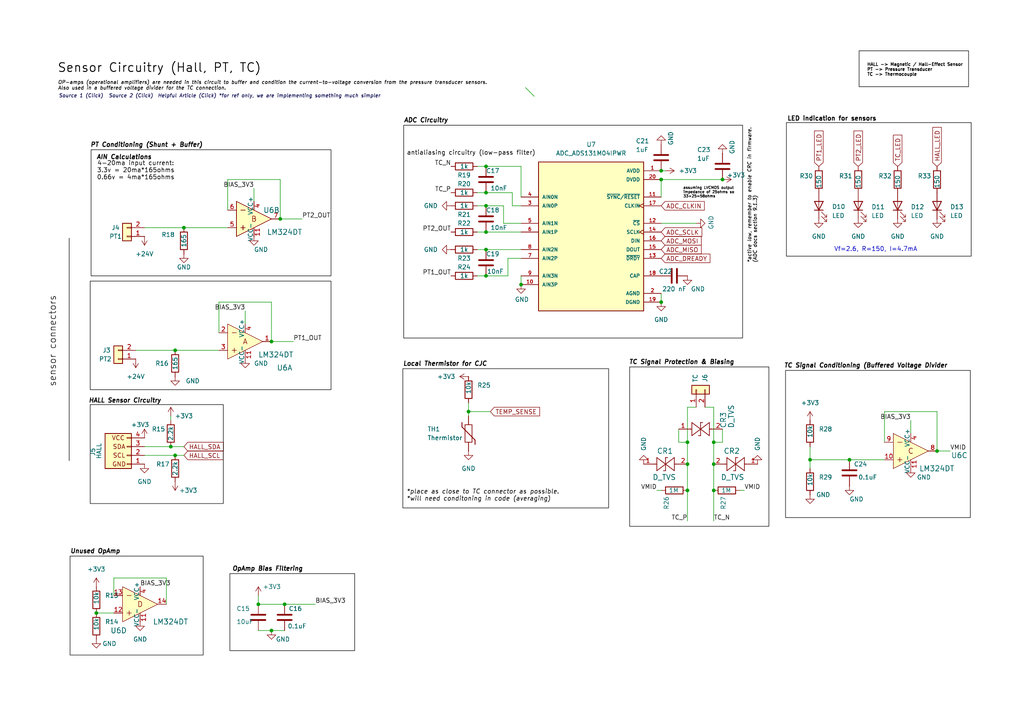
<source format=kicad_sch>
(kicad_sch (version 20231120) (generator "eeschema") (generator_version "8.0")
  (paper "A4")
  (title_block (title "ULC Board Sensor Circuitry") (rev "A") (company "Queen's Rocket Engineering Team") (comment 1 "Tristan Alderson") (comment 2 "Jeevan Sanchez"))
  (lib_symbols
    (symbol "ADS131M04:ADS131M04IPWR" (pin_names (offset 1.016))
      (property "Reference" "U" (at -15.24 23.86 0))
      (property "Value" "ADS131M04IPWR" (at -15.24 -24.32 0))
      (symbol "ADS131M04IPWR_0_0"
        (pin power_in line (at 20.32 20.32 180) (length 5.08) (name "AVDD") (number "1"))
        (pin input line (at -20.32 -12.7 0) (length 5.08) (name "AIN3P") (number "10"))
        (pin input line (at 20.32 12.7 180) (length 5.08) (name "~{SYNC}/~{RESET}") (number "11"))
        (pin input line (at 20.32 5.08 180) (length 5.08) (name "~{CS}") (number "12"))
        (pin output line (at 20.32 -5.08 180) (length 5.08) (name "~{DRDY}") (number "13"))
        (pin input clock (at 20.32 2.54 180) (length 5.08) (name "SCLK") (number "14"))
        (pin output line (at 20.32 -2.54 180) (length 5.08) (name "DOUT") (number "15"))
        (pin input line (at 20.32 0 180) (length 5.08) (name "DIN") (number "16"))
        (pin input clock (at 20.32 10.16 180) (length 5.08) (name "CLKIN") (number "17"))
        (pin output line (at 20.32 -10.16 180) (length 5.08) (name "CAP") (number "18"))
        (pin power_in line (at 20.32 -17.78 180) (length 5.08) (name "DGND") (number "19"))
        (pin power_in line (at 20.32 -15.24 180) (length 5.08) (name "AGND") (number "2"))
        (pin power_in line (at 20.32 17.78 180) (length 5.08) (name "DVDD") (number "20"))
        (pin input line (at -20.32 10.16 0) (length 5.08) (name "AIN0P") (number "3"))
        (pin input line (at -20.32 12.7 0) (length 5.08) (name "AIN0N") (number "4"))
        (pin input line (at -20.32 5.08 0) (length 5.08) (name "AIN1N") (number "5"))
        (pin input line (at -20.32 2.54 0) (length 5.08) (name "AIN1P") (number "6"))
        (pin input line (at -20.32 -5.08 0) (length 5.08) (name "AIN2P") (number "7"))
        (pin input line (at -20.32 -2.54 0) (length 5.08) (name "AIN2N") (number "8"))
        (pin input line (at -20.32 -10.16 0) (length 5.08) (name "AIN3N") (number "9"))
      )
    )
    (symbol "Connector_Generic:Conn_01x02" (pin_names (offset 1.016) hide)
      (property "Reference" "J" (at 0 2.54 0))
      (property "Value" "Conn_01x02" (at 0 -5.08 0))
      (symbol "Conn_01x02_1_1"
        (pin passive line (at -5.08 0 0) (length 3.81) (name "Pin_1") (number "1"))
        (pin passive line (at -5.08 -2.54 0) (length 3.81) (name "Pin_2") (number "2"))
      )
    )
    (symbol "Connector_Generic:Conn_01x04" (pin_names (offset 1.016) hide)
      (property "Reference" "J2" (at 9.906 -1.016 90))
      (property "Value" "HALL" (at 8.128 -1.27 90))
      (symbol "Conn_01x04_1_1"
        (text "GND" (at 2.286 2.54 0) (effects (font (size 1.27 1.27))))
        (text "SCL\n" (at 2.286 0 0) (effects (font (size 1.27 1.27))))
        (text "SDA\n" (at 2.286 -2.54 0) (effects (font (size 1.27 1.27))))
        (text "VCC\n" (at 2.54 -5.08 0) (effects (font (size 1.27 1.27))))
        (pin passive line (at -5.08 2.54 0) (length 3.81) (name "Pin_1") (number "1"))
        (pin passive line (at -5.08 0 0) (length 3.81) (name "Pin_2") (number "2"))
        (pin passive line (at -5.08 -2.54 0) (length 3.81) (name "Pin_3") (number "3"))
        (pin passive line (at -5.08 -5.08 0) (length 3.81) (name "Pin_4") (number "4"))
      )
    )
    (symbol "Device:C" (pin_numbers hide) (pin_names (offset 0.254))
      (property "Reference" "C" (at 0.635 2.54 0))
      (property "Value" "C" (at 0.635 -2.54 0))
      (symbol "C_1_1"
        (pin passive line (at 0 3.81 270) (length 2.794) (name "~") (number "1"))
        (pin passive line (at 0 -3.81 90) (length 2.794) (name "~") (number "2"))
      )
    )
    (symbol "Device:LED" (pin_numbers hide) (pin_names (offset 1.016) hide)
      (property "Reference" "D" (at 0 2.54 0))
      (property "Value" "LED" (at 0 -2.54 0))
      (symbol "LED_1_1"
        (pin passive line (at -3.81 0 0) (length 2.54) (name "K") (number "1"))
        (pin passive line (at 3.81 0 180) (length 2.54) (name "A") (number "2"))
      )
    )
    (symbol "Device:R" (pin_numbers hide) (pin_names (offset 0))
      (property "Reference" "R" (at 2.032 0 90))
      (property "Value" "R" (at 0 0 90))
      (symbol "R_1_1"
        (pin passive line (at 0 3.81 270) (length 1.27) (name "~") (number "1"))
        (pin passive line (at 0 -3.81 90) (length 1.27) (name "~") (number "2"))
      )
    )
    (symbol "Device:Thermistor" (pin_numbers hide) (pin_names (offset 0))
      (property "Reference" "TH" (at 2.54 1.27 90))
      (property "Value" "Thermistor" (at -2.54 0 90))
      (symbol "Thermistor_1_1"
        (pin passive line (at 0 5.08 270) (length 2.54) (name "~") (number "1"))
        (pin passive line (at 0 -5.08 90) (length 2.54) (name "~") (number "2"))
      )
    )
    (symbol "TVS-SMF:SMF5.0CA" (pin_names (offset 0.254))
      (property "Reference" "CR" (at 6.35 5.08 0))
      (property "Value" "SMF5.0CA" (at 6.35 -3.81 0))
      (symbol "SMF5.0CA_0_1"
        (pin unspecified line (at 12.7 0 180) (length 2.54) (name "") (number "1"))
        (pin unspecified line (at 0 0 0) (length 2.54) (name "") (number "2"))
      )
    )
    (symbol "dk_Linear-Amplifiers-Instrumentation-OP-Amps-Buffer-Amps:LM324DT" (pin_names (offset 0))
      (property "Reference" "U" (at -5.08 7.62 0))
      (property "Value" "LM324DT" (at 5.08 -5.08 0))
      (symbol "LM324DT_1_0"
        (text "A" (at 0 0 0) (effects (font (size 1.524 1.524))))
      )
      (symbol "LM324DT_1_1"
        (pin output line (at 7.62 0 180) (length 2.54) (name "~") (number "1"))
        (pin power_in line (at 0 -5.08 90) (length 2.54) (name "VCC-") (number "11"))
        (pin input line (at -7.62 2.54 0) (length 2.54) (name "~") (number "2"))
        (pin input line (at -7.62 -2.54 0) (length 2.54) (name "~") (number "3"))
        (pin power_in line (at 0 5.08 270) (length 2.54) (name "VCC+") (number "4"))
      )
      (symbol "LM324DT_2_0"
        (text "B" (at 0 0 0) (effects (font (size 1.524 1.524))))
      )
      (symbol "LM324DT_2_1"
        (pin power_in line (at 0 -5.08 90) (length 2.54) (name "VCC-") (number "11"))
        (pin power_in line (at 0 5.08 270) (length 2.54) (name "VCC+") (number "4"))
        (pin input line (at -7.62 -2.54 0) (length 2.54) (name "~") (number "5"))
        (pin input line (at -7.62 2.54 0) (length 2.54) (name "~") (number "6"))
        (pin output line (at 7.62 0 180) (length 2.54) (name "~") (number "7"))
      )
      (symbol "LM324DT_3_0"
        (text "C" (at 0 0 0) (effects (font (size 1.524 1.524))))
      )
      (symbol "LM324DT_3_1"
        (pin input line (at -7.62 -2.54 0) (length 2.54) (name "~") (number "10"))
        (pin power_in line (at 0 -5.08 90) (length 2.54) (name "VCC-") (number "11"))
        (pin power_in line (at 0 5.08 270) (length 2.54) (name "VCC+") (number "4"))
        (pin output line (at 7.62 0 180) (length 2.54) (name "~") (number "8"))
        (pin input line (at -7.62 2.54 0) (length 2.54) (name "~") (number "9"))
      )
      (symbol "LM324DT_4_0"
        (text "D" (at 0 0 0) (effects (font (size 1.524 1.524))))
      )
      (symbol "LM324DT_4_1"
        (pin power_in line (at 0 -5.08 90) (length 2.54) (name "VCC-") (number "11"))
        (pin input line (at -7.62 -2.54 0) (length 2.54) (name "~") (number "12"))
        (pin input line (at -7.62 2.54 0) (length 2.54) (name "~") (number "13"))
        (pin output line (at 7.62 0 180) (length 2.54) (name "~") (number "14"))
        (pin power_in line (at 0 5.08 270) (length 2.54) (name "VCC+") (number "4"))
      )
    )
    (symbol "power:+24V" (power) (pin_numbers hide) (pin_names (offset 0) hide)
      (property "Value" "+24V" (at 0 3.556 0))
      (symbol "+24V_1_1"
        (pin power_in line (at 0 0 90) (length 0) (name "~") (number "1"))
      )
    )
    (symbol "power:+3V3" (power) (pin_numbers hide) (pin_names (offset 0) hide)
      (property "Value" "+3V3" (at 0 3.556 0))
      (symbol "+3V3_1_1"
        (pin power_in line (at 0 0 90) (length 0) (name "~") (number "1"))
      )
    )
    (symbol "power:GND" (power) (pin_numbers hide) (pin_names (offset 0) hide)
      (property "Value" "GND" (at 0 -3.81 0))
      (symbol "GND_1_1"
        (pin power_in line (at 0 0 270) (length 0) (name "~") (number "1"))
      )
    )
  )
  (junction (at 81.28 63.5))
  (junction (at 246.38 133.35))
  (junction (at 74.93 175.26))
  (junction (at 49.53 129.54))
  (junction (at 140.97 80.01))
  (junction (at 199.39 134.62))
  (junction (at 50.8 132.08))
  (junction (at 191.77 52.07))
  (junction (at 207.01 128.27))
  (junction (at 27.94 177.8))
  (junction (at 135.89 119.38))
  (junction (at 53.34 66.04))
  (junction (at 140.97 55.88))
  (junction (at 191.77 87.63))
  (junction (at 209.55 52.07))
  (junction (at 140.97 67.31))
  (junction (at 50.8 101.6))
  (junction (at 151.13 82.55))
  (junction (at 140.97 59.69))
  (junction (at 82.55 175.26))
  (junction (at 271.78 130.81))
  (junction (at 199.39 128.27))
  (junction (at 207.01 142.24))
  (junction (at 207.01 134.62))
  (junction (at 78.74 182.88))
  (junction (at 78.74 99.06))
  (junction (at 140.97 48.26))
  (junction (at 234.95 133.35))
  (junction (at 199.39 142.24))
  (junction (at 140.97 72.39))
  (junction (at 191.77 49.53))
  (bus_entry (at 152.4 25.4) (size 2.54 2.54))
  (bus_entry (at 186.69 -91.44) (size 2.54 2.54))
  (wire (pts (xy 151.13 80.01) (xy 151.13 82.55)))
  (wire (pts (xy 63.5 87.63) (xy 63.5 96.52)))
  (wire (pts (xy 264.16 125.73) (xy 264.16 121.92)))
  (wire (pts (xy 234.95 129.54) (xy 234.95 133.35)))
  (wire (pts (xy 138.43 80.01) (xy 140.97 80.01)))
  (wire (pts (xy 256.54 119.38) (xy 256.54 128.27)))
  (wire (pts (xy 71.12 90.17) (xy 71.12 93.98)))
  (wire (pts (xy 191.77 52.07) (xy 191.77 57.15)))
  (wire (pts (xy 48.26 167.64) (xy 48.26 175.26)))
  (wire (pts (xy 138.43 48.26) (xy 140.97 48.26)))
  (wire (pts (xy 199.39 118.11) (xy 201.93 118.11)))
  (wire (pts (xy 41.91 132.08) (xy 50.8 132.08)))
  (wire (pts (xy 256.54 119.38) (xy 271.78 119.38)))
  (wire (pts (xy 199.39 128.27) (xy 199.39 118.11)))
  (wire (pts (xy 234.95 133.35) (xy 246.38 133.35)))
  (wire (pts (xy 246.38 133.35) (xy 256.54 133.35)))
  (wire (pts (xy 199.39 134.62) (xy 199.39 128.27)))
  (wire (pts (xy 135.89 116.84) (xy 135.89 119.38)))
  (wire (pts (xy 39.37 101.6) (xy 50.8 101.6)))
  (wire (pts (xy 207.01 134.62) (xy 207.01 128.27)))
  (wire (pts (xy 209.55 128.27) (xy 207.01 128.27)))
  (wire (pts (xy 193.04 49.53) (xy 191.77 49.53)))
  (wire (pts (xy 207.01 151.13) (xy 207.01 142.24)))
  (wire (pts (xy 138.43 59.69) (xy 140.97 59.69)))
  (wire (pts (xy 49.53 129.54) (xy 53.34 129.54)))
  (wire (pts (xy 73.66 54.61) (xy 73.66 58.42)))
  (wire (pts (xy 41.91 129.54) (xy 49.53 129.54)))
  (wire (pts (xy 147.32 74.93) (xy 151.13 74.93)))
  (wire (pts (xy 204.47 118.11) (xy 207.01 118.11)))
  (wire (pts (xy 81.28 52.07) (xy 66.04 52.07)))
  (wire (pts (xy 50.8 132.08) (xy 53.34 132.08)))
  (wire (pts (xy 33.02 172.72) (xy 33.02 167.64)))
  (wire (pts (xy 148.59 55.88) (xy 148.59 59.69)))
  (wire (pts (xy 209.55 124.46) (xy 209.55 128.27)))
  (wire (pts (xy 148.59 59.69) (xy 151.13 59.69)))
  (wire (pts (xy 78.74 99.06) (xy 85.09 99.06)))
  (wire (pts (xy 201.93 64.77) (xy 191.77 64.77)))
  (wire (pts (xy 275.59 130.81) (xy 271.78 130.81)))
  (wire (pts (xy 50.8 101.6) (xy 63.5 101.6)))
  (wire (pts (xy 81.28 63.5) (xy 81.28 52.07)))
  (wire (pts (xy 74.93 172.72) (xy 74.93 175.26)))
  (wire (pts (xy 27.94 177.8) (xy 33.02 177.8)))
  (wire (pts (xy 140.97 80.01) (xy 147.32 80.01)))
  (wire (pts (xy 138.43 72.39) (xy 140.97 72.39)))
  (wire (pts (xy 151.13 48.26) (xy 151.13 57.15)))
  (wire (pts (xy 81.28 63.5) (xy 87.63 63.5)))
  (wire (pts (xy 191.77 85.09) (xy 191.77 87.63)))
  (wire (pts (xy 146.05 64.77) (xy 151.13 64.77)))
  (wire (pts (xy 140.97 59.69) (xy 146.05 59.69)))
  (wire (pts (xy 234.95 133.35) (xy 234.95 135.89)))
  (wire (pts (xy 199.39 142.24) (xy 199.39 134.62)))
  (wire (pts (xy 49.53 120.65) (xy 49.53 121.92)))
  (wire (pts (xy 41.91 66.04) (xy 53.34 66.04)))
  (wire (pts (xy 33.02 167.64) (xy 48.26 167.64)))
  (wire (pts (xy 140.97 67.31) (xy 151.13 67.31)))
  (wire (pts (xy 207.01 142.24) (xy 207.01 134.62)))
  (wire (pts (xy 207.01 128.27) (xy 207.01 118.11)))
  (wire (pts (xy 138.43 55.88) (xy 140.97 55.88)))
  (wire (pts (xy 191.77 52.07) (xy 209.55 52.07)))
  (wire (pts (xy 74.93 182.88) (xy 78.74 182.88)))
  (wire (pts (xy 53.34 66.04) (xy 66.04 66.04)))
  (wire (pts (xy 140.97 55.88) (xy 148.59 55.88)))
  (wire (pts (xy 196.85 124.46) (xy 196.85 128.27)))
  (polyline (pts (xy 20.066 69.088) (xy 20.066 133.604)) (stroke (width 0) (color 0 0 0 1)))
  (wire (pts (xy 135.89 119.38) (xy 135.89 120.65)))
  (wire (pts (xy 82.55 175.26) (xy 74.93 175.26)))
  (wire (pts (xy 82.55 175.26) (xy 91.44 175.26)))
  (wire (pts (xy 199.39 151.13) (xy 199.39 142.24)))
  (wire (pts (xy 66.04 52.07) (xy 66.04 60.96)))
  (wire (pts (xy 138.43 67.31) (xy 140.97 67.31)))
  (wire (pts (xy 140.97 48.26) (xy 151.13 48.26)))
  (wire (pts (xy 271.78 130.81) (xy 271.78 119.38)))
  (wire (pts (xy 146.05 59.69) (xy 146.05 64.77)))
  (wire (pts (xy 215.9 142.24) (xy 214.63 142.24)))
  (wire (pts (xy 78.74 87.63) (xy 63.5 87.63)))
  (wire (pts (xy 147.32 80.01) (xy 147.32 74.93)))
  (wire (pts (xy 135.89 119.38) (xy 142.24 119.38)))
  (wire (pts (xy 196.85 128.27) (xy 199.39 128.27)))
  (wire (pts (xy 78.74 99.06) (xy 78.74 87.63)))
  (wire (pts (xy 140.97 72.39) (xy 151.13 72.39)))
  (wire (pts (xy 78.74 182.88) (xy 82.55 182.88)))
  (wire (pts (xy 190.5 142.24) (xy 191.77 142.24)))
  (rectangle (start 66.675 166.37) (end 102.87 188.722) (stroke (width 0) (color 0 0 0 1)))
  (rectangle (start 26.416 43.434) (end 96.012 80.01) (stroke (width 0) (color 0 0 0 1)))
  (rectangle (start 20.32 161.29) (end 58.928 189.992) (stroke (width 0) (color 0 0 0 1)))
  (rectangle (start 228.092 35.56) (end 281.686 74.295) (stroke (width 0) (color 0 0 0 1)))
  (rectangle (start 116.84 106.934) (end 176.53 147.32) (stroke (width 0) (color 0 0 0 1)))
  (rectangle (start 182.626 152.654) (end 223.012 106.426) (stroke (width 0) (color 0 0 0 1)))
  (rectangle (start 249.174 14.732) (end 280.924 25.146) (stroke (width 0) (color 0 0 0 1)))
  (rectangle (start 26.162 81.534) (end 96.012 113.03) (stroke (width 0) (color 0 0 0 1)))
  (rectangle (start 26.162 117.348) (end 64.77 146.05) (stroke (width 0) (color 0 0 0 1)))
  (rectangle (start 227.838 107.442) (end 281.432 150.114) (stroke (width 0) (color 0 0 0 1)))
  (rectangle (start 117.094 36.322) (end 215.392 98.044) (stroke (width 0) (color 0 0 0 1)))
  (text "OpAmp Bias Filtering" (at 67.31 165.1 0) (effects (font (size 1.27 1.27) (thickness 0.254) (bold yes) (italic yes)) (justify left)))
  (text "Sensor Circuitry (Hall, PT, TC)" (at 46.228 19.812 0) (effects (font (size 2.54 2.54) (thickness 0.254) (bold yes))))
  (text "Helpful Article (Click) *for ref only, we are implementing something much simpler\n" (at 45.72 27.94 0) (effects (font (size 1.016 1.016) (italic yes)) (justify left)))
  (text "Unused OpAmp" (at 20.32 160.02 0) (effects (font (size 1.27 1.27) (thickness 0.254) (bold yes) (italic yes)) (justify left)))
  (text "PT Conditioning (Shunt + Buffer)" (at 26.162 42.164 0) (effects (font (size 1.27 1.27) (thickness 0.254) (bold yes) (italic yes)) (justify left)))
  (text "assuming LVCMOS output \nimpedance of 25ohms so \n33+25=58ohms" (at 198.12 55.88 0) (effects (font (size 0.762 0.762)) (justify left)))
  (text "TC Signal Protection & Biasing" (at 182.372 105.156 0) (effects (font (size 1.27 1.27) (thickness 0.254) (bold yes) (italic yes)) (justify left)))
  (text "sensor connectors" (at 15.24 99.06 90) (effects (font (size 1.905 1.905))))
  (text "4-20ma input current:\n3.3v = 20ma*165ohms\n0.66v = 4ma*165ohms" (at 39.37 49.53 0) (effects (font (size 1.27 1.27))))
  (text "OP-amps (operational amplifiers) are needed in this circuit to buffer and condition the current-to-voltage conversion from the pressure transducer sensors. \nAlso used in a buffered voltage divider for the TC connection." (at 16.764 24.892 0) (effects (font (size 1.016 1.016) (italic yes)) (justify left)))
  (text "Local Thermistor for CJC" (at 116.84 105.664 0) (effects (font (size 1.27 1.27) (thickness 0.254) (bold yes) (italic yes)) (justify left)))
  (text "LED indication for sensors" (at 241.3 34.544 0) (effects (font (size 1.27 1.27) (thickness 0.254) (bold yes))))
  (text "TC Signal Conditioning (Buffered Voltage Divider" (at 227.33 106.172 0) (effects (font (size 1.27 1.27) (thickness 0.254) (bold yes) (italic yes)) (justify left)))
  (text "HALL Sensor Circuitry " (at 25.654 116.332 0) (effects (font (size 1.27 1.27) (thickness 0.254) (bold yes) (italic yes)) (justify left)))
  (text "*active low, remember to enable CRC in firmware.\n(ADC docs section 9.1.3)" (at 218.186 76.454 90) (effects (font (size 1.016 1.016) (italic yes)) (justify left)))
  (text "antialiasing circuitry (low-pass filter)" (at 136.652 44.45 0) (effects (font (size 1.27 1.27))))
  (text "Source 1 (Click)\n" (at 17.018 27.94 0) (effects (font (size 1.016 1.016) (italic yes)) (justify left)))
  (text "HALL -> Magnetic / Hall-Effect Sensor\nPT -> Pressure Transducer\nTC -> Thermocouple\n" (at 251.46 20.32 0) (effects (font (size 0.889 0.889) (thickness 0.1778) (bold yes)) (justify left)))
  (text "AIN Calculations" (at 27.94 45.72 0) (effects (font (size 1.27 1.27) (thickness 0.254) (bold yes) (italic yes)) (justify left)))
  (text "*place as close to TC connector as possible.\n*will need conditoning in code (averaging)" (at 117.856 143.764 0) (effects (font (size 1.27 1.27) (italic yes)) (justify left)))
  (text "ADC Circuitry" (at 117.094 35.052 0) (effects (font (size 1.27 1.27) (thickness 0.254) (bold yes) (italic yes)) (justify left)))
  (text "Source 2 (Click)\n" (at 31.496 27.94 0) (effects (font (size 1.016 1.016) (italic yes)) (justify left)))
  (text "Vf=2.6, R=150, I=4.7mA" (at 254 72.39 0) (effects (font (size 1.27 1.27))))
  (label "PT2_OUT" (at 130.81 67.31 180))
  (label "BIAS_3V3" (at 264.16 121.92 180))
  (label "BIAS_3V3" (at 73.66 54.61 180))
  (label "TC_N" (at 130.81 48.26 180))
  (label "TC_P" (at 199.39 151.13 180))
  (label "TC_N" (at 207.01 151.13 0))
  (label "PT2_OUT" (at 87.63 63.5 0))
  (label "BIAS_3V3" (at 71.12 90.17 180))
  (label "BIAS_3V3" (at 40.64 170.18 0))
  (label "VMID" (at 275.59 130.81 0))
  (label "BIAS_3V3" (at 91.44 175.26 0))
  (label "VMID" (at 190.5 142.24 180))
  (label "TC_P" (at 130.81 55.88 180))
  (label "PT1_OUT" (at 130.81 80.01 180))
  (label "VMID" (at 215.9 142.24 0))
  (label "PT1_OUT" (at 85.09 99.06 0))
  (global_label "PT1_LED" (shape input) (at 237.49 48.26 90) (property "Intersheetrefs" "${INTERSHEET_REFS}" (effects (hide yes))))
  (global_label "ADC_SCLK" (shape input) (at 191.77 67.31 0) (property "Intersheetrefs" "${INTERSHEET_REFS}" (effects (hide yes))))
  (global_label "ADC_DREADY" (shape input) (at 191.77 74.93 0) (property "Intersheetrefs" "${INTERSHEET_REFS}" (effects (hide yes))))
  (global_label "TC_LED" (shape input) (at 260.35 48.26 90) (property "Intersheetrefs" "${INTERSHEET_REFS}" (effects (hide yes))))
  (global_label "HALL_LED" (shape input) (at 271.78 48.26 90) (property "Intersheetrefs" "${INTERSHEET_REFS}" (effects (hide yes))))
  (global_label "TEMP_SENSE" (shape input) (at 142.24 119.38 0) (property "Intersheetrefs" "${INTERSHEET_REFS}" (effects (hide yes))))
  (global_label "HALL_SDA" (shape input) (at 53.34 129.54 0) (property "Intersheetrefs" "${INTERSHEET_REFS}" (effects (hide yes))))
  (global_label "ADC_MISO" (shape input) (at 191.77 72.39 0) (property "Intersheetrefs" "${INTERSHEET_REFS}" (effects (hide yes))))
  (global_label "ADC_CLKIN" (shape input) (at 191.77 59.69 0) (property "Intersheetrefs" "${INTERSHEET_REFS}" (effects (hide yes))))
  (global_label "ADC_MOSI" (shape input) (at 191.77 69.85 0) (property "Intersheetrefs" "${INTERSHEET_REFS}" (effects (hide yes))))
  (global_label "PT2_LED" (shape input) (at 248.92 48.26 90) (property "Intersheetrefs" "${INTERSHEET_REFS}" (effects (hide yes))))
  (global_label "HALL_SCL" (shape input) (at 53.34 132.08 0) (property "Intersheetrefs" "${INTERSHEET_REFS}" (effects (hide yes))))
  (symbol (lib_id "Device:R") (at 134.62 80.01 90) (unit 1)
    (property "Reference" "R24" (at 134.62 77.47 90))
    (property "Value" "1k" (at 134.62 80.01 90))
    (property "Footprint" "Resistor_SMD:R_0603_1608Metric" (effects (hide yes)))
    (property "Description" "Resistor" (effects (hide yes)))
    (property "Field5" "C21190" (effects (hide yes)))
  )
  (symbol (lib_id "power:GND") (at 260.35 63.5 0) (unit 1)
    (property "Reference" "#PWR076" (effects (hide yes)))
    (property "Value" "GND" (at 260.35 68.58 0))
    (property "Description" "Power symbol creates a global label with name \"GND\" , ground" (effects (hide yes)))
  )
  (symbol (lib_id "Device:R") (at 134.62 67.31 90) (unit 1)
    (property "Reference" "R22" (at 134.62 64.77 90))
    (property "Value" "1k" (at 134.62 67.31 90))
    (property "Footprint" "Resistor_SMD:R_0603_1608Metric" (effects (hide yes)))
    (property "Description" "Resistor" (effects (hide yes)))
    (property "LCSC" "C21190" (effects (hide yes)))
  )
  (symbol (lib_id "power:GND") (at 237.49 63.5 0) (unit 1)
    (property "Reference" "#PWR073" (effects (hide yes)))
    (property "Value" "GND" (at 237.49 68.58 0))
    (property "Description" "Power symbol creates a global label with name \"GND\" , ground" (effects (hide yes)))
  )
  (symbol (lib_id "Device:C") (at 246.38 137.16 0) (unit 1)
    (property "Reference" "C24" (at 247.65 134.62 0) (effects (justify left)))
    (property "Value" "0.1uF" (at 248.92 138.43 0) (effects (justify left)))
    (property "Footprint" "Capacitor_SMD:C_0603_1608Metric" (effects (hide yes)))
    (property "Description" "Unpolarized capacitor" (effects (hide yes)))
    (property "LCSC" "C14663" (effects (hide yes)))
  )
  (symbol (lib_id "dk_Linear-Amplifiers-Instrumentation-OP-Amps-Buffer-Amps:LM324DT") (at 40.64 175.26 0) (unit 4)
    (property "Reference" "U6" (at 36.83 182.88 0) (effects (font (size 1.524 1.524)) (justify right)))
    (property "Value" "LM324DT" (at 54.61 180.34 0) (effects (font (size 1.524 1.524)) (justify right)))
    (property "Footprint" "digikey-footprints:SOIC-14_W3.9mm" (effects (hide yes)))
    (property "Datasheet" "http://www.st.com/content/ccc/resource/technical/document/datasheet/bd/fc/46/43/26/8f/40/7f/CD00001046.pdf/files/CD00001046.pdf/jcr:content/translations/en.CD00001046.pdf" (effects (hide yes)))
    (property "Description" "IC OPAMP GP 4 CIRCUIT 14SO" (effects (hide yes)))
    (property "Digi-Key_PN" "497-1580-1-ND" (effects (hide yes)))
    (property "MPN" "LM324DT" (effects (hide yes)))
    (property "Category" "Integrated Circuits (ICs)" (effects (hide yes)))
    (property "Family" "Linear - Amplifiers - Instrumentation, OP Amps, Buffer Amps" (effects (hide yes)))
    (property "DK_Datasheet_Link" "http://www.st.com/content/ccc/resource/technical/document/datasheet/bd/fc/46/43/26/8f/40/7f/CD00001046.pdf/files/CD00001046.pdf/jcr:content/translations/en.CD00001046.pdf" (effects (hide yes)))
    (property "DK_Detail_Page" "/product-detail/en/stmicroelectronics/LM324DT/497-1580-1-ND/592078" (effects (hide yes)))
    (property "Description_1" "IC OPAMP GP 4 CIRCUIT 14SO" (effects (hide yes)))
    (property "Manufacturer" "STMicroelectronics" (effects (hide yes)))
    (property "Status" "Active" (effects (hide yes)))
    (property "LCSC" "C71035" (effects (hide yes)))
  )
  (symbol (lib_id "Device:R") (at 234.95 139.7 0) (unit 1)
    (property "Reference" "R29" (at 237.49 138.4299 0) (effects (justify left)))
    (property "Value" "10k" (at 234.95 140.97 90) (effects (justify left)))
    (property "Footprint" "Resistor_SMD:R_0603_1608Metric" (effects (hide yes)))
    (property "Description" "Resistor" (effects (hide yes)))
    (property "LCSC" "C25804" (effects (hide yes)))
  )
  (symbol (lib_id "power:GND") (at 53.34 73.66 0) (unit 1)
    (property "Reference" "#PWR051" (effects (hide yes)))
    (property "Value" "GND" (at 53.34 77.47 0))
    (property "Datasheet" "https://www.ti.com/lit/ds/symlink/drv5055.pdf?HQS=dis-dk-null-digikeymode-dsf-pf-null-wwe&ts=1641231273160" (effects (hide yes)))
    (property "Description" "Hall effect sensor." (effects (hide yes)))
  )
  (symbol (lib_id "Device:LED") (at 248.92 59.69 90) (unit 1)
    (property "Reference" "D11" (at 252.73 60.0074 90) (effects (justify right)))
    (property "Value" "LED" (at 252.73 62.5474 90) (effects (justify right)))
    (property "Footprint" "LED_SMD:LED_0603_1608Metric" (effects (hide yes)))
    (property "Description" "Light emitting diode" (effects (hide yes)))
    (property "LCSC" "C2290" (effects (hide yes)))
  )
  (symbol (lib_id "Device:R") (at 134.62 72.39 90) (unit 1)
    (property "Reference" "R23" (at 134.62 74.93 90))
    (property "Value" "1k" (at 134.62 72.39 90))
    (property "Footprint" "Resistor_SMD:R_0603_1608Metric" (effects (hide yes)))
    (property "Description" "Resistor" (effects (hide yes)))
    (property "LCSC" "C21190" (effects (hide yes)))
  )
  (symbol (lib_id "Device:R") (at 234.95 125.73 0) (unit 1)
    (property "Reference" "R28" (at 237.49 124.4599 0) (effects (justify left)))
    (property "Value" "10k" (at 234.95 127 90) (effects (justify left)))
    (property "Footprint" "Resistor_SMD:R_0603_1608Metric" (effects (hide yes)))
    (property "Description" "Resistor" (effects (hide yes)))
    (property "LCSC" "C25804" (effects (hide yes)))
  )
  (symbol (lib_id "power:GND") (at 78.74 182.88 0) (unit 1)
    (property "Reference" "#PWR055" (effects (hide yes)))
    (property "Value" "GND" (at 80.01 185.42 0) (effects (justify left)))
    (property "Datasheet" "https://www.ti.com/lit/ds/symlink/drv5055.pdf?HQS=dis-dk-null-digikeymode-dsf-pf-null-wwe&ts=1641231273160" (effects (hide yes)))
    (property "Description" "Hall effect sensor." (effects (hide yes)))
  )
  (symbol (lib_id "power:GND") (at 135.89 130.81 0) (unit 1)
    (property "Reference" "#PWR059" (effects (hide yes)))
    (property "Value" "GND" (at 135.89 135.89 0))
    (property "Datasheet" "https://www.ti.com/lit/ds/symlink/drv5055.pdf?HQS=dis-dk-null-digikeymode-dsf-pf-null-wwe&ts=1641231273160" (effects (hide yes)))
    (property "Description" "Hall effect sensor." (effects (hide yes)))
  )
  (symbol (lib_id "power:+24V") (at 39.37 104.14 180) (unit 1)
    (property "Reference" "#PWR044" (effects (hide yes)))
    (property "Value" "+24V" (at 39.37 109.22 0))
    (property "Description" "Power symbol creates a global label with name \"+24V\"" (effects (hide yes)))
  )
  (symbol (lib_id "Device:C") (at 209.55 48.26 0) (unit 1)
    (property "Reference" "C23" (at 202.184 43.434 0) (effects (justify left)))
    (property "Value" "1uF" (at 202.184 45.974 0) (effects (justify left)))
    (property "Footprint" "Capacitor_SMD:C_0603_1608Metric" (effects (hide yes)))
    (property "Description" "Unpolarized capacitor" (effects (hide yes)))
    (property "LCSC" "C15849" (effects (hide yes)))
  )
  (symbol (lib_id "Device:C") (at 74.93 179.07 0) (unit 1)
    (property "Reference" "C15" (at 68.58 176.53 0) (effects (justify left)))
    (property "Value" "10uF" (at 68.58 180.34 0) (effects (justify left)))
    (property "Footprint" "Capacitor_SMD:C_0603_1608Metric" (effects (hide yes)))
    (property "Description" "Unpolarized capacitor" (effects (hide yes)))
    (property "LCSC" "C96446" (effects (hide yes)))
  )
  (symbol (lib_id "Device:C") (at 140.97 76.2 0) (unit 1)
    (property "Reference" "C19" (at 140.97 73.66 0) (effects (justify left)))
    (property "Value" "10nF" (at 141.224 78.74 0) (effects (justify left)))
    (property "Footprint" "Capacitor_SMD:C_0603_1608Metric" (effects (hide yes)))
    (property "Description" "C0G Unpolarized capacitor" (effects (hide yes)))
    (property "LCSC" "C1589" (effects (hide yes)))
  )
  (symbol (lib_id "Connector_Generic:Conn_01x02") (at 34.29 104.14 180) (unit 1)
    (property "Reference" "J3" (at 29.718 101.6 0) (effects (justify right)))
    (property "Value" "PT2" (at 28.702 104.14 0) (effects (justify right)))
    (property "Footprint" "CONNS:CONN02_530470260_MOL" (effects (hide yes)))
    (property "Datasheet" "https://www.instrumart.com/assets/Setra-209H-Datasheet.pdf?srsltid=AfmBOopu2crXxkUQG31K4d3R_HBIXk4e909zcQpueoXf2bMSBoYDKgm2" (effects (hide yes)))
    (property "Description" "Pressure Transducer" (effects (hide yes)))
    (property "Digikey" "900-0530470260-ND" (effects (hide yes)))
  )
  (symbol (lib_id "power:GND") (at 201.93 64.77 90) (unit 1)
    (property "Reference" "#PWR067" (effects (hide yes)))
    (property "Value" "GND" (at 206.248 62.484 0) (effects (justify right)))
    (property "Datasheet" "https://www.ti.com/lit/ds/symlink/drv5055.pdf?HQS=dis-dk-null-digikeymode-dsf-pf-null-wwe&ts=1641231273160" (effects (hide yes)))
    (property "Description" "Hall effect sensor." (effects (hide yes)))
  )
  (symbol (lib_id "Device:LED") (at 237.49 59.69 90) (unit 1)
    (property "Reference" "D10" (at 241.3 59.944 90) (effects (justify right)))
    (property "Value" "LED" (at 241.3 62.5474 90) (effects (justify right)))
    (property "Footprint" "LED_SMD:LED_0603_1608Metric" (effects (hide yes)))
    (property "Description" "Light emitting diode" (effects (hide yes)))
    (property "LCSC" "C2290" (effects (hide yes)))
  )
  (symbol (lib_id "Device:LED") (at 260.35 59.69 90) (unit 1)
    (property "Reference" "D12" (at 264.16 60.0074 90) (effects (justify right)))
    (property "Value" "LED" (at 264.16 62.5474 90) (effects (justify right)))
    (property "Footprint" "LED_SMD:LED_0603_1608Metric" (effects (hide yes)))
    (property "Description" "Light emitting diode" (effects (hide yes)))
    (property "LCSC" "C2290" (effects (hide yes)))
  )
  (symbol (lib_id "power:+24V") (at 41.91 68.58 180) (unit 1)
    (property "Reference" "#PWR045" (effects (hide yes)))
    (property "Value" "+24V" (at 41.91 73.66 0))
    (property "Description" "Power symbol creates a global label with name \"+24V\"" (effects (hide yes)))
  )
  (symbol (lib_id "Device:R") (at 50.8 105.41 180) (unit 1)
    (property "Reference" "R16" (at 46.99 105.41 0))
    (property "Value" "165" (at 50.8 105.41 90))
    (property "Footprint" "Resistor_SMD:R_0805_2012Metric_Pad1.20x1.40mm_HandSolder" (effects (hide yes)))
    (property "Description" "Resistor" (effects (hide yes)))
    (property "Digikey" "311-165CRCT-ND " (effects (hide yes)))
  )
  (symbol (lib_id "power:GND") (at 234.95 143.51 0) (unit 1)
    (property "Reference" "#PWR072" (effects (hide yes)))
    (property "Value" "GND" (at 238.76 143.51 0))
    (property "Description" "Power symbol creates a global label with name \"GND\" , ground" (effects (hide yes)))
  )
  (symbol (lib_id "Device:C") (at 140.97 63.5 0) (unit 1)
    (property "Reference" "C18" (at 140.97 60.96 0) (effects (justify left)))
    (property "Value" "10nF" (at 142.24 66.04 0) (effects (justify left)))
    (property "Footprint" "Capacitor_SMD:C_0603_1608Metric" (effects (hide yes)))
    (property "Description" "C0G Unpolarized capacitor" (effects (hide yes)))
    (property "LCSC" "C1589" (effects (hide yes)))
  )
  (symbol (lib_id "power:GND") (at 151.13 82.55 0) (unit 1)
    (property "Reference" "#PWR061" (effects (hide yes)))
    (property "Value" "GND" (at 153.416 86.868 0) (effects (justify right)))
    (property "Datasheet" "https://www.ti.com/lit/ds/symlink/drv5055.pdf?HQS=dis-dk-null-digikeymode-dsf-pf-null-wwe&ts=1641231273160" (effects (hide yes)))
    (property "Description" "Hall effect sensor." (effects (hide yes)))
  )
  (symbol (lib_id "ADS131M04:ADS131M04IPWR") (at 171.45 69.85 0) (unit 1)
    (property "Reference" "U7" (at 171.45 41.91 0))
    (property "Value" "ADC_ADS131M04IPWR" (at 171.45 44.45 0))
    (property "Footprint" "ADS131M04IPWR:SOP65P640X120-20N" (effects (hide yes)))
    (property "Datasheet" "https://www.ti.com/general/docs/suppproductinfo.tsp?distId=10&gotoUrl=https%3A%2F%2Fwww.ti.com%2Flit%2Fgpn%2Fads131m04" (effects (hide yes)))
    (property "Description" "4-Channel ADC." (effects (hide yes)))
    (property "MF" "Texas Instruments" (effects (hide yes)))
    (property "MAXIMUM_PACKAGE_HEIGHT" "1.2 mm" (effects (hide yes)))
    (property "Package" "TSSOP-20 Texas Instruments" (effects (hide yes)))
    (property "Price" "None" (effects (hide yes)))
    (property "Check_prices" "https://www.snapeda.com/parts/ADS131M04IPWR/Texas+Instruments/view-part/?ref=eda" (effects (hide yes)))
    (property "STANDARD" "IPC 7351B" (effects (hide yes)))
    (property "PARTREV" "D" (effects (hide yes)))
    (property "SnapEDA_Link" "https://www.snapeda.com/parts/ADS131M04IPWR/Texas+Instruments/view-part/?ref=snap" (effects (hide yes)))
    (property "MP" "ADS131M04IPWR" (effects (hide yes)))
    (property "Description_1" "\n                        \n                            Four-channel, 24-bit, 64-kSPS, simultaneous-sampling, delta-sigma ADC\n                        \n" (effects (hide yes)))
    (property "Availability" "In Stock" (effects (hide yes)))
    (property "MANUFACTURER" "Texas Instruments" (effects (hide yes)))
    (property "LCSC" "C2862562" (effects (hide yes)))
  )
  (symbol (lib_id "power:GND") (at 130.81 59.69 270) (unit 1)
    (property "Reference" "#PWR056" (effects (hide yes)))
    (property "Value" "GND" (at 127 59.6899 90) (effects (justify right)))
    (property "Datasheet" "https://www.ti.com/lit/ds/symlink/drv5055.pdf?HQS=dis-dk-null-digikeymode-dsf-pf-null-wwe&ts=1641231273160" (effects (hide yes)))
    (property "Description" "Hall effect sensor." (effects (hide yes)))
  )
  (symbol (lib_id "Device:R") (at 27.94 173.99 0) (unit 1)
    (property "Reference" "R13" (at 30.48 172.7199 0) (effects (justify left)))
    (property "Value" "10k" (at 27.94 175.26 90) (effects (justify left)))
    (property "Footprint" "Resistor_SMD:R_0603_1608Metric" (effects (hide yes)))
    (property "Description" "Resistor" (effects (hide yes)))
    (property "LCSC" "C25804" (effects (hide yes)))
  )
  (symbol (lib_id "power:GND") (at 199.39 80.01 0) (unit 1)
    (property "Reference" "#PWR066" (effects (hide yes)))
    (property "Value" "GND" (at 204.47 83.82 0) (effects (justify right)))
    (property "Description" "Power symbol creates a global label with name \"GND\" , ground" (effects (hide yes)))
  )
  (symbol (lib_id "power:GND") (at 264.16 135.89 0) (unit 1)
    (property "Reference" "#PWR077" (effects (hide yes)))
    (property "Value" "GND" (at 267.97 138.43 0))
    (property "Datasheet" "https://www.ti.com/lit/ds/symlink/drv5055.pdf?HQS=dis-dk-null-digikeymode-dsf-pf-null-wwe&ts=1641231273160" (effects (hide yes)))
    (property "Description" "Hall effect sensor." (effects (hide yes)))
  )
  (symbol (lib_id "Connector_Generic:Conn_01x04") (at 36.83 132.08 180) (unit 1)
    (property "Reference" "J5" (at 26.924 131.064 90))
    (property "Value" "HALL" (at 28.702 130.81 90))
    (property "Footprint" "53047-0460:MOLEX_53047-0460" (effects (hide yes)))
    (property "Datasheet" "https://www.digikey.ca/en/products/detail/molex/0530470460/15622924" (effects (hide yes)))
    (property "Description" "HALL Sensor 4-pin Connector" (effects (hide yes)))
    (property "Digikey" "900-0530470460-ND" (effects (hide yes)))
  )
  (symbol (lib_id "Device:C") (at 191.77 45.72 0) (unit 1)
    (property "Reference" "C21" (at 184.404 40.894 0) (effects (justify left)))
    (property "Value" "1uF" (at 184.404 43.434 0) (effects (justify left)))
    (property "Footprint" "Capacitor_SMD:C_0603_1608Metric" (effects (hide yes)))
    (property "Description" "Unpolarized capacitor" (effects (hide yes)))
    (property "LCSC" "C15849" (effects (hide yes)))
  )
  (symbol (lib_id "power:GND") (at 191.77 41.91 180) (unit 1)
    (property "Reference" "#PWR063" (effects (hide yes)))
    (property "Value" "GND" (at 194.564 42.164 90) (effects (justify right)))
    (property "Description" "Power symbol creates a global label with name \"GND\" , ground" (effects (hide yes)))
  )
  (symbol (lib_id "power:+3V3") (at 41.91 127 0) (unit 1)
    (property "Reference" "#PWR046" (effects (hide yes)))
    (property "Value" "+3V3" (at 40.64 123.19 0))
    (property "Description" "Power symbol creates a global label with name \"+3V3\"" (effects (hide yes)))
  )
  (symbol (lib_id "power:+3V3") (at 234.95 121.92 0) (unit 1)
    (property "Reference" "#PWR071" (effects (hide yes)))
    (property "Value" "+3V3" (at 234.95 116.84 0))
    (property "Description" "Power symbol creates a global label with name \"+3V3\"" (effects (hide yes)))
  )
  (symbol (lib_id "power:GND") (at 219.71 134.62 180) (unit 1)
    (property "Reference" "#PWR070" (effects (hide yes)))
    (property "Value" "GND" (at 219.7099 130.81 90) (effects (justify right)))
    (property "Description" "Power symbol creates a global label with name \"GND\" , ground" (effects (hide yes)))
  )
  (symbol (lib_id "Device:R") (at 237.49 52.07 0) (unit 1)
    (property "Reference" "R30" (at 231.902 51.054 0) (effects (justify left)))
    (property "Value" "150" (at 237.49 54.61 90) (effects (justify left)))
    (property "Footprint" "Resistor_SMD:R_0603_1608Metric" (effects (hide yes)))
    (property "Description" "Resistor" (effects (hide yes)))
    (property "LCSC" "C22808" (effects (hide yes)))
  )
  (symbol (lib_id "Connector_Generic:Conn_01x02") (at 36.83 68.58 180) (unit 1)
    (property "Reference" "J4" (at 33.528 66.04 0))
    (property "Value" "PT1" (at 33.528 68.58 0))
    (property "Footprint" "CONNS:CONN02_530470260_MOL" (effects (hide yes)))
    (property "Datasheet" "https://www.instrumart.com/assets/Setra-209H-Datasheet.pdf?srsltid=AfmBOopu2crXxkUQG31K4d3R_HBIXk4e909zcQpueoXf2bMSBoYDKgm2" (effects (hide yes)))
    (property "Description" "Pressure Transducer" (effects (hide yes)))
    (property "Digikey" "900-0530470260-ND" (effects (hide yes)))
  )
  (symbol (lib_id "power:GND") (at 71.12 104.14 0) (unit 1)
    (property "Reference" "#PWR052" (effects (hide yes)))
    (property "Value" "GND" (at 73.66 105.4099 0) (effects (justify left)))
    (property "Datasheet" "https://www.ti.com/lit/ds/symlink/drv5055.pdf?HQS=dis-dk-null-digikeymode-dsf-pf-null-wwe&ts=1641231273160" (effects (hide yes)))
    (property "Description" "Hall effect sensor." (effects (hide yes)))
  )
  (symbol (lib_id "power:GND") (at 271.78 63.5 0) (unit 1)
    (property "Reference" "#PWR078" (effects (hide yes)))
    (property "Value" "GND" (at 271.78 68.58 0))
    (property "Description" "Power symbol creates a global label with name \"GND\" , ground" (effects (hide yes)))
  )
  (symbol (lib_id "power:+3V3") (at 135.89 109.22 90) (unit 1)
    (property "Reference" "#PWR058" (effects (hide yes)))
    (property "Value" "+3V3" (at 132.08 109.2199 90) (effects (justify left)))
    (property "Description" "Power symbol creates a global label with name \"+3V3\"" (effects (hide yes)))
  )
  (symbol (lib_id "TVS-SMF:SMF5.0CA") (at 207.01 134.62 0) (unit 1)
    (property "Reference" "CR2" (at 214.63 130.81 0) (effects (font (size 1.524 1.524)) (justify right)))
    (property "Value" "D_TVS" (at 215.9 138.43 0) (effects (font (size 1.524 1.524)) (justify right)))
    (property "Footprint" "SMF5_0CA:SOD-123F_LTF-L" (effects (hide yes)))
    (property "Datasheet" "https://www.littelfuse.com/assetdocs/tvs-diodes-smf-datasheet?assetguid=7eb8a5b6-bdd0-4561-8f19-0c3cc6f9b2afa" (effects (hide yes)))
    (property "Description" "SMF Uni-directional TVS diode" (effects (hide yes)))
  )
  (symbol (lib_id "power:+3V3") (at 209.55 52.07 270) (unit 1)
    (property "Reference" "#PWR069" (effects (hide yes)))
    (property "Value" "+3V3" (at 210.82 50.8 90) (effects (justify left)))
    (property "Description" "Power symbol creates a global label with name \"+3V3\"" (effects (hide yes)))
  )
  (symbol (lib_id "TVS-SMF:SMF5.0CA") (at 209.55 124.46 180) (unit 1)
    (property "Reference" "CR3" (at 209.804 124.206 90) (effects (font (size 1.524 1.524)) (justify right)))
    (property "Value" "D_TVS" (at 212.09 124.206 90) (effects (font (size 1.524 1.524)) (justify right)))
    (property "Footprint" "SMF5_0CA:SOD-123F_LTF-L" (effects (hide yes)))
    (property "Datasheet" "https://www.littelfuse.com/assetdocs/tvs-diodes-smf-datasheet?assetguid=7eb8a5b6-bdd0-4561-8f19-0c3cc6f9b2afa" (effects (hide yes)))
    (property "Description" "SMF Uni-directional TVS diode" (effects (hide yes)))
  )
  (symbol (lib_id "power:GND") (at 130.81 72.39 270) (unit 1)
    (property "Reference" "#PWR057" (effects (hide yes)))
    (property "Value" "GND" (at 127 72.3899 90) (effects (justify right)))
    (property "Datasheet" "https://www.ti.com/lit/ds/symlink/drv5055.pdf?HQS=dis-dk-null-digikeymode-dsf-pf-null-wwe&ts=1641231273160" (effects (hide yes)))
    (property "Description" "Hall effect sensor." (effects (hide yes)))
  )
  (symbol (lib_id "power:GND") (at 191.77 87.63 0) (unit 1)
    (property "Reference" "#PWR065" (effects (hide yes)))
    (property "Value" "GND" (at 191.77 92.71 0))
    (property "Datasheet" "https://www.ti.com/lit/ds/symlink/drv5055.pdf?HQS=dis-dk-null-digikeymode-dsf-pf-null-wwe&ts=1641231273160" (effects (hide yes)))
    (property "Description" "Hall effect sensor." (effects (hide yes)))
  )
  (symbol (lib_id "power:GND") (at 246.38 140.97 0) (unit 1)
    (property "Reference" "#PWR074" (effects (hide yes)))
    (property "Value" "GND" (at 246.38 144.78 0) (effects (justify left)))
    (property "Description" "Power symbol creates a global label with name \"GND\" , ground" (effects (hide yes)))
  )
  (symbol (lib_id "Device:C") (at 195.58 80.01 90) (unit 1)
    (property "Reference" "C22" (at 193.04 78.74 90))
    (property "Value" "220 nF" (at 195.58 83.82 90))
    (property "Footprint" "Resistor_SMD:R_0603_1608Metric" (effects (hide yes)))
    (property "Description" "Unpolarized capacitor" (effects (hide yes)))
    (property "LCSC" "C16772" (effects (hide yes)))
  )
  (symbol (lib_id "power:GND") (at 209.55 44.45 180) (unit 1)
    (property "Reference" "#PWR068" (effects (hide yes)))
    (property "Value" "GND" (at 212.344 44.704 90) (effects (justify right)))
    (property "Description" "Power symbol creates a global label with name \"GND\" , ground" (effects (hide yes)))
  )
  (symbol (lib_id "Device:Thermistor") (at 135.89 125.73 0) (unit 1)
    (property "Reference" "TH1" (at 123.952 124.46 0) (effects (justify left)))
    (property "Value" "Thermistor" (at 123.952 127 0) (effects (justify left)))
    (property "Footprint" "Resistor_SMD:R_0603_1608Metric_Pad0.98x0.95mm_HandSolder" (effects (hide yes)))
    (property "Datasheet" "https://www.ohmite.com/assets/images/res-tx.pdf" (effects (hide yes)))
    (property "Description" "Temperature dependent resistor for CJC" (effects (hide yes)))
    (property "Digikey" "273-TX06F103F3435ERCT-ND" (effects (hide yes)))
    (property "Model" "TX06F103F3435ER" (effects (hide yes)))
  )
  (symbol (lib_id "Device:R") (at 260.35 52.07 0) (unit 1)
    (property "Reference" "R32" (at 254.762 51.054 0) (effects (justify left)))
    (property "Value" "150" (at 260.35 54.61 90) (effects (justify left)))
    (property "Footprint" "Resistor_SMD:R_0603_1608Metric" (effects (hide yes)))
    (property "Description" "Resistor" (effects (hide yes)))
    (property "LCSC" "C22808" (effects (hide yes)))
  )
  (symbol (lib_id "power:GND") (at 27.94 185.42 0) (unit 1)
    (property "Reference" "#PWR042" (effects (hide yes)))
    (property "Value" "GND" (at 31.75 186.69 0))
    (property "Description" "Power symbol creates a global label with name \"GND\" , ground" (effects (hide yes)))
  )
  (symbol (lib_id "Device:R") (at 50.8 135.89 180) (unit 1)
    (property "Reference" "R17" (at 47.244 134.62 0))
    (property "Value" "2.2k" (at 50.8 135.89 90))
    (property "Footprint" "Resistor_SMD:R_0603_1608Metric" (effects (hide yes)))
    (property "Description" "Resistor" (effects (hide yes)))
    (property "LCSC" "C4190" (effects (hide yes)))
  )
  (symbol (lib_id "power:+3V3") (at 74.93 172.72 0) (unit 1)
    (property "Reference" "#PWR054" (effects (hide yes)))
    (property "Value" "+3V3" (at 76.2 170.18 0) (effects (justify left)))
    (property "Description" "Power symbol creates a global label with name \"+3V3\"" (effects (hide yes)))
  )
  (symbol (lib_id "power:GND") (at 40.64 180.34 0) (unit 1)
    (property "Reference" "#PWR043" (effects (hide yes)))
    (property "Value" "GND" (at 40.64 185.42 0))
    (property "Description" "Power symbol creates a global label with name \"GND\" , ground" (effects (hide yes)))
  )
  (symbol (lib_id "Connector_Generic:Conn_01x02") (at 201.93 113.03 90) (unit 1)
    (property "Reference" "J6" (at 204.47 108.458 0) (effects (justify right)))
    (property "Value" "TC" (at 201.676 108.458 0) (effects (justify right)))
    (property "Footprint" "530480210:MOLEX_530480210" (effects (hide yes)))
    (property "Description" "Thermocouple" (effects (hide yes)))
    (property "Digikey" "900-0530470260-ND" (effects (hide yes)))
  )
  (symbol (lib_id "power:+3V3") (at 193.04 49.53 270) (unit 1)
    (property "Reference" "#PWR064" (effects (hide yes)))
    (property "Value" "+3V3" (at 196.85 49.5299 90) (effects (justify left)))
    (property "Description" "Power symbol creates a global label with name \"+3V3\"" (effects (hide yes)))
  )
  (symbol (lib_id "power:+3V3") (at 50.8 139.7 180) (unit 1)
    (property "Reference" "#PWR050" (effects (hide yes)))
    (property "Value" "+3V3" (at 54.61 142.24 0))
    (property "Description" "Power symbol creates a global label with name \"+3V3\"" (effects (hide yes)))
  )
  (symbol (lib_id "power:GND") (at 186.69 134.62 180) (unit 1)
    (property "Reference" "#PWR062" (effects (hide yes)))
    (property "Value" "GND" (at 186.6899 130.81 90) (effects (justify right)))
    (property "Description" "Power symbol creates a global label with name \"GND\" , ground" (effects (hide yes)))
  )
  (symbol (lib_id "Device:R") (at 210.82 142.24 90) (unit 1)
    (property "Reference" "R27" (at 209.804 147.828 0) (effects (justify left)))
    (property "Value" "1M" (at 212.09 142.24 90) (effects (justify left)))
    (property "Footprint" "Resistor_SMD:R_0603_1608Metric" (effects (hide yes)))
    (property "Description" "Resistor" (effects (hide yes)))
    (property "LCSC" "C22935" (effects (hide yes)))
  )
  (symbol (lib_id "power:+3V3") (at 27.94 170.18 0) (unit 1)
    (property "Reference" "#PWR041" (effects (hide yes)))
    (property "Value" "+3V3" (at 27.94 165.1 0))
    (property "Description" "Power symbol creates a global label with name \"+3V3\"" (effects (hide yes)))
  )
  (symbol (lib_id "Device:LED") (at 271.78 59.69 90) (unit 1)
    (property "Reference" "D13" (at 275.59 60.0074 90) (effects (justify right)))
    (property "Value" "LED" (at 275.59 62.5474 90) (effects (justify right)))
    (property "Footprint" "LED_SMD:LED_0603_1608Metric" (effects (hide yes)))
    (property "Description" "Light emitting diode" (effects (hide yes)))
    (property "LCSC" "C2290" (effects (hide yes)))
  )
  (symbol (lib_id "Device:R") (at 271.78 52.07 0) (unit 1)
    (property "Reference" "R33" (at 266.192 51.054 0) (effects (justify left)))
    (property "Value" "150" (at 271.78 54.61 90) (effects (justify left)))
    (property "Footprint" "Resistor_SMD:R_0603_1608Metric" (effects (hide yes)))
    (property "Description" "Resistor" (effects (hide yes)))
    (property "LCSC" "C22808" (effects (hide yes)))
  )
  (symbol (lib_id "Device:R") (at 134.62 55.88 90) (unit 1)
    (property "Reference" "R20" (at 134.62 53.34 90))
    (property "Value" "1k" (at 134.62 55.88 90))
    (property "Footprint" "Resistor_SMD:R_0603_1608Metric" (effects (hide yes)))
    (property "Description" "Resistor" (effects (hide yes)))
    (property "LCSC" "C21190" (effects (hide yes)))
  )
  (symbol (lib_id "dk_Linear-Amplifiers-Instrumentation-OP-Amps-Buffer-Amps:LM324DT") (at 264.16 130.81 0) (unit 3)
    (property "Reference" "U6" (at 280.67 132.08 0) (effects (font (size 1.524 1.524)) (justify right)))
    (property "Value" "LM324DT" (at 276.86 135.89 0) (effects (font (size 1.524 1.524)) (justify right)))
    (property "Footprint" "digikey-footprints:SOIC-14_W3.9mm" (effects (hide yes)))
    (property "Datasheet" "http://www.st.com/content/ccc/resource/technical/document/datasheet/bd/fc/46/43/26/8f/40/7f/CD00001046.pdf/files/CD00001046.pdf/jcr:content/translations/en.CD00001046.pdf" (effects (hide yes)))
    (property "Description" "IC OPAMP GP 4 CIRCUIT 14SO" (effects (hide yes)))
    (property "Digi-Key_PN" "497-1580-1-ND" (effects (hide yes)))
    (property "MPN" "LM324DT" (effects (hide yes)))
    (property "Category" "Integrated Circuits (ICs)" (effects (hide yes)))
    (property "Family" "Linear - Amplifiers - Instrumentation, OP Amps, Buffer Amps" (effects (hide yes)))
    (property "DK_Datasheet_Link" "http://www.st.com/content/ccc/resource/technical/document/datasheet/bd/fc/46/43/26/8f/40/7f/CD00001046.pdf/files/CD00001046.pdf/jcr:content/translations/en.CD00001046.pdf" (effects (hide yes)))
    (property "DK_Detail_Page" "/product-detail/en/stmicroelectronics/LM324DT/497-1580-1-ND/592078" (effects (hide yes)))
    (property "Description_1" "IC OPAMP GP 4 CIRCUIT 14SO" (effects (hide yes)))
    (property "Manufacturer" "STMicroelectronics" (effects (hide yes)))
    (property "Status" "Active" (effects (hide yes)))
    (property "LCSC" "C71035" (effects (hide yes)))
  )
  (symbol (lib_id "Device:R") (at 248.92 52.07 0) (unit 1)
    (property "Reference" "R31" (at 243.332 51.054 0) (effects (justify left)))
    (property "Value" "150" (at 248.92 54.61 90) (effects (justify left)))
    (property "Footprint" "Resistor_SMD:R_0603_1608Metric" (effects (hide yes)))
    (property "Description" "Resistor" (effects (hide yes)))
    (property "LCSC" "C22808" (effects (hide yes)))
  )
  (symbol (lib_id "Device:C") (at 82.55 179.07 180) (unit 1)
    (property "Reference" "C16" (at 87.63 176.53 0) (effects (justify left)))
    (property "Value" "0.1uF" (at 88.9 181.61 0) (effects (justify left)))
    (property "Footprint" "Capacitor_SMD:C_0603_1608Metric" (effects (hide yes)))
    (property "Description" "Unpolarized capacitor" (effects (hide yes)))
    (property "LCSC" "C14663" (effects (hide yes)))
  )
  (symbol (lib_id "power:+3V3") (at 49.53 120.65 0) (unit 1)
    (property "Reference" "#PWR048" (effects (hide yes)))
    (property "Value" "+3V3" (at 53.34 120.65 0))
    (property "Description" "Power symbol creates a global label with name \"+3V3\"" (effects (hide yes)))
  )
  (symbol (lib_id "Device:R") (at 135.89 113.03 180) (unit 1)
    (property "Reference" "R25" (at 138.43 111.7599 0) (effects (justify right)))
    (property "Value" "10k" (at 135.89 114.3 90) (effects (justify right)))
    (property "Footprint" "Resistor_SMD:R_0603_1608Metric" (effects (hide yes)))
    (property "Description" "Resistor" (effects (hide yes)))
    (property "LCSC" "C25804" (effects (hide yes)))
  )
  (symbol (lib_id "Device:R") (at 134.62 59.69 90) (unit 1)
    (property "Reference" "R21" (at 134.62 62.23 90))
    (property "Value" "1k" (at 134.62 59.69 90))
    (property "Footprint" "Resistor_SMD:R_0603_1608Metric" (effects (hide yes)))
    (property "Description" "Resistor" (effects (hide yes)))
    (property "LCSC" "C21190" (effects (hide yes)))
  )
  (symbol (lib_id "dk_Linear-Amplifiers-Instrumentation-OP-Amps-Buffer-Amps:LM324DT") (at 71.12 99.06 0) (unit 1)
    (property "Reference" "U6" (at 82.55 106.68 0) (effects (font (size 1.524 1.524))))
    (property "Value" "LM324DT" (at 80.01 102.87 0) (effects (font (size 1.524 1.524))))
    (property "Footprint" "digikey-footprints:SOIC-14_W3.9mm" (effects (hide yes)))
    (property "Datasheet" "http://www.st.com/content/ccc/resource/technical/document/datasheet/bd/fc/46/43/26/8f/40/7f/CD00001046.pdf/files/CD00001046.pdf/jcr:content/translations/en.CD00001046.pdf" (effects (hide yes)))
    (property "Description" "IC OPAMP GP 4 CIRCUIT 14SO" (effects (hide yes)))
    (property "Digi-Key_PN" "497-1580-1-ND" (effects (hide yes)))
    (property "MPN" "LM324DT" (effects (hide yes)))
    (property "Category" "Integrated Circuits (ICs)" (effects (hide yes)))
    (property "Family" "Linear - Amplifiers - Instrumentation, OP Amps, Buffer Amps" (effects (hide yes)))
    (property "DK_Datasheet_Link" "http://www.st.com/content/ccc/resource/technical/document/datasheet/bd/fc/46/43/26/8f/40/7f/CD00001046.pdf/files/CD00001046.pdf/jcr:content/translations/en.CD00001046.pdf" (effects (hide yes)))
    (property "DK_Detail_Page" "/product-detail/en/stmicroelectronics/LM324DT/497-1580-1-ND/592078" (effects (hide yes)))
    (property "Description_1" "IC OPAMP GP 4 CIRCUIT 14SO" (effects (hide yes)))
    (property "Manufacturer" "STMicroelectronics" (effects (hide yes)))
    (property "Status" "Active" (effects (hide yes)))
    (property "LCSC" "C71035" (effects (hide yes)))
  )
  (symbol (lib_id "power:GND") (at 73.66 68.58 0) (unit 1)
    (property "Reference" "#PWR053" (effects (hide yes)))
    (property "Value" "GND" (at 73.66 72.39 0) (effects (justify left)))
    (property "Datasheet" "https://www.ti.com/lit/ds/symlink/drv5055.pdf?HQS=dis-dk-null-digikeymode-dsf-pf-null-wwe&ts=1641231273160" (effects (hide yes)))
    (property "Description" "Hall effect sensor." (effects (hide yes)))
  )
  (symbol (lib_id "Device:R") (at 27.94 181.61 0) (unit 1)
    (property "Reference" "R14" (at 30.48 180.3399 0) (effects (justify left)))
    (property "Value" "10k" (at 27.94 182.88 90) (effects (justify left)))
    (property "Footprint" "Resistor_SMD:R_0603_1608Metric" (effects (hide yes)))
    (property "Description" "Resistor" (effects (hide yes)))
    (property "LCSC" "C25804" (effects (hide yes)))
  )
  (symbol (lib_id "Device:R") (at 49.53 125.73 180) (unit 1)
    (property "Reference" "R15" (at 45.974 124.46 0))
    (property "Value" "2.2k" (at 49.53 125.73 90))
    (property "Footprint" "Resistor_SMD:R_0603_1608Metric" (effects (hide yes)))
    (property "Description" "Resistor" (effects (hide yes)))
    (property "LCSC" "C4190" (effects (hide yes)))
  )
  (symbol (lib_id "Device:R") (at 195.58 142.24 90) (unit 1)
    (property "Reference" "R26" (at 193.294 147.828 0) (effects (justify left)))
    (property "Value" "1M" (at 196.85 142.24 90) (effects (justify left)))
    (property "Footprint" "Resistor_SMD:R_0603_1608Metric" (effects (hide yes)))
    (property "Description" "Resistor" (effects (hide yes)))
    (property "LCSC" "C22935" (effects (hide yes)))
  )
  (symbol (lib_id "Device:R") (at 134.62 48.26 90) (unit 1)
    (property "Reference" "R19" (at 134.62 50.8 90))
    (property "Value" "1k" (at 134.62 48.26 90))
    (property "Footprint" "Resistor_SMD:R_0603_1608Metric" (effects (hide yes)))
    (property "Description" "Resistor" (effects (hide yes)))
    (property "LCSC" "C21190" (effects (hide yes)))
  )
  (symbol (lib_id "power:GND") (at 50.8 109.22 0) (unit 1)
    (property "Reference" "#PWR049" (effects (hide yes)))
    (property "Value" "GND" (at 55.88 110.49 0))
    (property "Datasheet" "https://www.ti.com/lit/ds/symlink/drv5055.pdf?HQS=dis-dk-null-digikeymode-dsf-pf-null-wwe&ts=1641231273160" (effects (hide yes)))
    (property "Description" "Hall effect sensor." (effects (hide yes)))
  )
  (symbol (lib_id "Device:R") (at 53.34 69.85 180) (unit 1)
    (property "Reference" "R18" (at 48.768 68.072 0))
    (property "Value" "165" (at 53.34 69.85 90))
    (property "Footprint" "Resistor_SMD:R_0805_2012Metric_Pad1.20x1.40mm_HandSolder" (effects (hide yes)))
    (property "Description" "Resistor" (effects (hide yes)))
    (property "Digikey" "311-165CRCT-ND " (effects (hide yes)))
  )
  (symbol (lib_id "power:GND") (at 248.92 63.5 0) (unit 1)
    (property "Reference" "#PWR075" (effects (hide yes)))
    (property "Value" "GND" (at 248.92 68.58 0))
    (property "Description" "Power symbol creates a global label with name \"GND\" , ground" (effects (hide yes)))
  )
  (symbol (lib_id "power:GND") (at 41.91 134.62 0) (unit 1)
    (property "Reference" "#PWR047" (effects (hide yes)))
    (property "Value" "GND" (at 41.91 139.7 0))
    (property "Datasheet" "https://www.ti.com/lit/ds/symlink/drv5055.pdf?HQS=dis-dk-null-digikeymode-dsf-pf-null-wwe&ts=1641231273160" (effects (hide yes)))
    (property "Description" "Hall effect sensor." (effects (hide yes)))
  )
  (symbol (lib_id "dk_Linear-Amplifiers-Instrumentation-OP-Amps-Buffer-Amps:LM324DT") (at 73.66 63.5 0) (unit 2)
    (property "Reference" "U6" (at 78.74 60.96 0) (effects (font (size 1.524 1.524))))
    (property "Value" "LM324DT" (at 82.55 67.31 0) (effects (font (size 1.524 1.524))))
    (property "Footprint" "digikey-footprints:SOIC-14_W3.9mm" (effects (hide yes)))
    (property "Datasheet" "http://www.st.com/content/ccc/resource/technical/document/datasheet/bd/fc/46/43/26/8f/40/7f/CD00001046.pdf/files/CD00001046.pdf/jcr:content/translations/en.CD00001046.pdf" (effects (hide yes)))
    (property "Description" "IC OPAMP GP 4 CIRCUIT 14SO" (effects (hide yes)))
    (property "Digi-Key_PN" "497-1580-1-ND" (effects (hide yes)))
    (property "MPN" "LM324DT" (effects (hide yes)))
    (property "Category" "Integrated Circuits (ICs)" (effects (hide yes)))
    (property "Family" "Linear - Amplifiers - Instrumentation, OP Amps, Buffer Amps" (effects (hide yes)))
    (property "DK_Datasheet_Link" "http://www.st.com/content/ccc/resource/technical/document/datasheet/bd/fc/46/43/26/8f/40/7f/CD00001046.pdf/files/CD00001046.pdf/jcr:content/translations/en.CD00001046.pdf" (effects (hide yes)))
    (property "DK_Detail_Page" "/product-detail/en/stmicroelectronics/LM324DT/497-1580-1-ND/592078" (effects (hide yes)))
    (property "Description_1" "IC OPAMP GP 4 CIRCUIT 14SO" (effects (hide yes)))
    (property "Manufacturer" "STMicroelectronics" (effects (hide yes)))
    (property "Status" "Active" (effects (hide yes)))
    (property "LCSC" "C71035" (effects (hide yes)))
  )
  (symbol (lib_id "Device:C") (at 140.97 52.07 0) (unit 1)
    (property "Reference" "C17" (at 140.97 49.53 0) (effects (justify left)))
    (property "Value" "10nF" (at 142.24 54.61 0) (effects (justify left)))
    (property "Footprint" "Capacitor_SMD:C_0603_1608Metric" (effects (hide yes)))
    (property "Description" "C0G Unpolarized capacitor" (effects (hide yes)))
    (property "LCSC" "C1589" (effects (hide yes)))
  )
  (symbol (lib_id "TVS-SMF:SMF5.0CA") (at 199.39 134.62 180) (unit 1)
    (property "Reference" "CR1" (at 190.5 130.81 0) (effects (font (size 1.524 1.524)) (justify right)))
    (property "Value" "D_TVS" (at 189.23 138.43 0) (effects (font (size 1.524 1.524)) (justify right)))
    (property "Footprint" "SMF5_0CA:SOD-123F_LTF-L" (effects (hide yes)))
    (property "Datasheet" "https://www.littelfuse.com/assetdocs/tvs-diodes-smf-datasheet?assetguid=7eb8a5b6-bdd0-4561-8f19-0c3cc6f9b2afa" (effects (hide yes)))
    (property "Description" "SMF Uni-directional TVS diode" (effects (hide yes)))
  )
)
</source>
